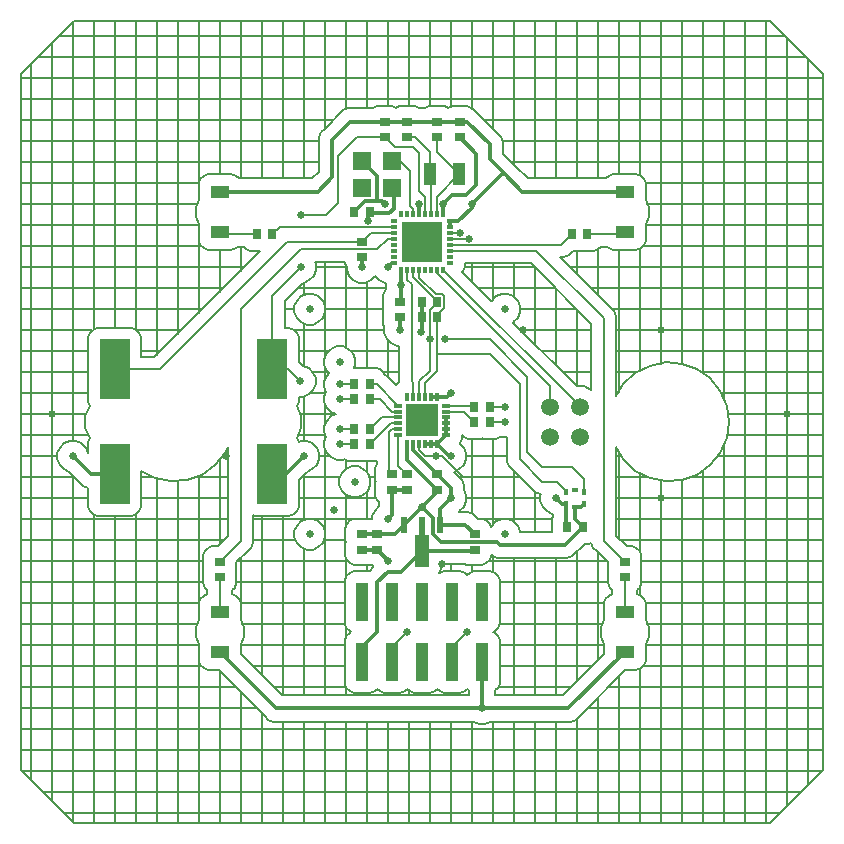
<source format=gbr>
G04 EAGLE Gerber X2 export*
%TF.Part,Single*%
%TF.FileFunction,Copper,L1,Top,Mixed*%
%TF.FilePolarity,Positive*%
%TF.GenerationSoftware,Autodesk,EAGLE,8.6.0*%
%TF.CreationDate,2018-05-27T13:35:38Z*%
G75*
%MOMM*%
%FSLAX34Y34*%
%LPD*%
%AMOC8*
5,1,8,0,0,1.08239X$1,22.5*%
G01*
%ADD10R,1.016000X3.302000*%
%ADD11R,0.480000X1.400000*%
%ADD12R,0.480000X1.525000*%
%ADD13R,1.200000X2.725000*%
%ADD14R,0.900000X0.700000*%
%ADD15R,1.100000X1.900000*%
%ADD16R,2.540000X5.080000*%
%ADD17R,0.700000X0.900000*%
%ADD18R,1.600000X1.100000*%
%ADD19R,0.450000X0.500000*%
%ADD20R,0.500000X0.450000*%
%ADD21R,0.304800X0.609600*%
%ADD22R,0.609600X0.304800*%
%ADD23R,3.454400X3.454400*%
%ADD24R,0.800000X0.300000*%
%ADD25R,0.300000X0.800000*%
%ADD26R,2.750000X2.750000*%
%ADD27R,1.600000X1.500000*%
%ADD28C,0.304800*%
%ADD29C,0.152400*%
%ADD30C,0.654800*%
%ADD31C,1.500000*%
%ADD32C,0.177800*%


D10*
X298450Y146050D03*
X298450Y196850D03*
X323850Y146050D03*
X323850Y196850D03*
X349250Y146050D03*
X349250Y196850D03*
X374650Y146050D03*
X374650Y196850D03*
X400050Y146050D03*
X400050Y196850D03*
D11*
X364250Y261900D03*
D12*
X349250Y261275D03*
D11*
X334250Y261900D03*
D13*
X349250Y240050D03*
D14*
X393700Y254150D03*
X393700Y241150D03*
X298450Y254150D03*
X298450Y241150D03*
D15*
X380800Y558800D03*
X355800Y558800D03*
D14*
X361950Y603400D03*
X361950Y590400D03*
X336550Y603400D03*
X336550Y590400D03*
X317500Y590400D03*
X317500Y603400D03*
D16*
X222250Y393700D03*
X88900Y304800D03*
D17*
X222400Y508000D03*
X209400Y508000D03*
X476100Y508000D03*
X489100Y508000D03*
D14*
X177800Y230900D03*
X177800Y217900D03*
X520700Y230900D03*
X520700Y217900D03*
D18*
X520700Y544050D03*
X520700Y510050D03*
X177800Y544050D03*
X177800Y510050D03*
X520700Y154450D03*
X520700Y188450D03*
X177800Y154450D03*
X177800Y188450D03*
D17*
X406550Y349250D03*
X393550Y349250D03*
X291950Y342900D03*
X304950Y342900D03*
X406550Y361950D03*
X393550Y361950D03*
X291950Y330200D03*
X304950Y330200D03*
X291950Y381000D03*
X304950Y381000D03*
X291950Y368300D03*
X304950Y368300D03*
D16*
X88900Y393700D03*
X222250Y304800D03*
D14*
X298450Y488800D03*
X298450Y501800D03*
D19*
X486290Y279480D03*
X486290Y289480D03*
D20*
X478790Y291980D03*
D19*
X471290Y289480D03*
X471290Y279480D03*
D20*
X478790Y276980D03*
D17*
X472290Y260350D03*
X485290Y260350D03*
D21*
X366754Y525150D03*
X361753Y525150D03*
X356752Y525150D03*
X351751Y525150D03*
X346749Y525150D03*
X341748Y525150D03*
X336747Y525150D03*
X331746Y525150D03*
D22*
X325750Y519154D03*
X325750Y514153D03*
X325750Y509152D03*
X325750Y504151D03*
X325750Y499149D03*
X325750Y494148D03*
X325750Y489147D03*
X325750Y484146D03*
D21*
X331746Y478150D03*
X336747Y478150D03*
X341748Y478150D03*
X346749Y478150D03*
X351751Y478150D03*
X356752Y478150D03*
X361753Y478150D03*
X366754Y478150D03*
D22*
X372750Y484146D03*
X372750Y489147D03*
X372750Y494148D03*
X372750Y499149D03*
X372750Y504151D03*
X372750Y509152D03*
X372750Y514153D03*
X372750Y519154D03*
D23*
X349250Y501650D03*
D24*
X329250Y363020D03*
X329250Y358020D03*
X329250Y353020D03*
X329250Y348020D03*
X329250Y343020D03*
X329250Y338020D03*
D25*
X336750Y330520D03*
X341750Y330520D03*
X346750Y330520D03*
X351750Y330520D03*
X356750Y330520D03*
X361750Y330520D03*
D24*
X369250Y338020D03*
X369250Y343020D03*
X369250Y348020D03*
X369250Y353020D03*
X369250Y358020D03*
X369250Y363020D03*
D25*
X361750Y370520D03*
X356750Y370520D03*
X351750Y370520D03*
X346750Y370520D03*
X341750Y370520D03*
X336750Y370520D03*
D26*
X349250Y350520D03*
D14*
X361950Y304950D03*
X361950Y291950D03*
X381000Y590400D03*
X381000Y603400D03*
X330200Y438000D03*
X330200Y451000D03*
X323850Y304950D03*
X323850Y291950D03*
X336550Y304950D03*
X336550Y291950D03*
D17*
X362100Y438150D03*
X349100Y438150D03*
X362100Y450850D03*
X349100Y450850D03*
D14*
X311150Y254150D03*
X311150Y241150D03*
D27*
X298650Y547300D03*
X323650Y547300D03*
X323650Y570300D03*
X298650Y570300D03*
D17*
X291950Y527050D03*
X304950Y527050D03*
D28*
X349250Y240050D02*
X392600Y240050D01*
X393700Y241150D01*
X298450Y158750D02*
X298450Y146050D01*
X298450Y158750D02*
X311150Y171450D01*
X311150Y213360D01*
X320040Y222250D02*
X331470Y222250D01*
X349250Y240030D01*
X349250Y240050D01*
X320040Y222250D02*
X311150Y213360D01*
D29*
X349250Y240050D02*
X349250Y261275D01*
X372750Y509152D02*
X380695Y509152D01*
X381000Y509457D01*
D30*
X381000Y509457D03*
X336550Y171450D03*
D29*
X323850Y158750D01*
D28*
X323850Y146050D01*
D29*
X372750Y504151D02*
X388315Y504151D01*
X388620Y504455D01*
D30*
X388620Y504455D03*
X387350Y171450D03*
D29*
X374650Y158750D01*
D28*
X374650Y146050D01*
X361750Y370520D02*
X356750Y370520D01*
X369250Y338020D02*
X361750Y330520D01*
X369250Y338020D02*
X369250Y343020D01*
X369250Y348020D01*
X369250Y353020D01*
X361750Y330520D02*
X356750Y330520D01*
X351750Y330520D01*
X364250Y261900D02*
X385950Y261900D01*
X393700Y254150D01*
X336550Y291950D02*
X323850Y291950D01*
X311150Y241150D02*
X298450Y241150D01*
X311150Y241150D02*
X320040Y232260D01*
X320040Y231140D01*
D30*
X320040Y231140D03*
D28*
X364250Y275350D02*
X373380Y284480D01*
D30*
X373380Y284480D03*
D28*
X364250Y275350D02*
X364250Y261900D01*
X373380Y293520D02*
X361950Y304950D01*
X373380Y293520D02*
X373380Y284480D01*
X341750Y325150D02*
X341750Y330520D01*
X341750Y325150D02*
X361950Y304950D01*
X400050Y146050D02*
X400050Y133350D01*
D30*
X400050Y106680D03*
D28*
X372230Y320040D02*
X361750Y330520D01*
X372230Y320040D02*
X373380Y320040D01*
D30*
X373380Y320040D03*
D28*
X381000Y603400D02*
X361950Y603400D01*
X434000Y544050D02*
X520700Y544050D01*
X336550Y603400D02*
X317500Y603400D01*
X372750Y519154D02*
X372750Y514153D01*
X88900Y304800D02*
X68580Y304800D01*
X53340Y320040D01*
D30*
X53340Y320040D03*
D28*
X222250Y304800D02*
X233680Y304800D01*
X248920Y320040D01*
D30*
X248920Y320040D03*
D28*
X372750Y519154D02*
X380006Y519154D01*
X323850Y291950D02*
X323850Y270510D01*
X320040Y266700D01*
D30*
X320040Y266700D03*
D28*
X324126Y484146D02*
X325750Y484146D01*
X324126Y484146D02*
X320040Y480060D01*
D30*
X320040Y480060D03*
D28*
X330200Y438000D02*
X330200Y426720D01*
D30*
X330200Y426720D03*
D28*
X520700Y154450D02*
X472930Y106680D01*
X400050Y106680D01*
X225570Y106680D02*
X177800Y154450D01*
X225570Y106680D02*
X400050Y106680D01*
D31*
X482600Y336550D03*
D28*
X370520Y370520D02*
X361750Y370520D01*
X370520Y370520D02*
X373380Y373380D01*
D30*
X373380Y373380D03*
D28*
X380006Y519154D02*
X391160Y530309D01*
X391160Y533400D01*
D30*
X391160Y533400D03*
D28*
X400050Y146050D02*
X400050Y106680D01*
D29*
X472290Y278480D02*
X471290Y279480D01*
D28*
X467280Y279480D01*
X462280Y284480D01*
D30*
X462280Y284480D03*
D28*
X471290Y279480D02*
X471290Y261350D01*
X472290Y260350D01*
X361950Y603400D02*
X336550Y603400D01*
X419175Y558875D02*
X434000Y544050D01*
X419175Y558875D02*
X406400Y571650D01*
X406400Y584200D01*
X387200Y603400D01*
X381000Y603400D01*
X416635Y558875D02*
X391160Y533400D01*
X416635Y558875D02*
X419175Y558875D01*
X317500Y603400D02*
X304950Y603400D01*
X304800Y603250D01*
X305232Y527332D02*
X304950Y527050D01*
X260840Y544050D02*
X177800Y544050D01*
X260840Y544050D02*
X273050Y556260D01*
X288440Y603400D02*
X304950Y603400D01*
X288440Y603400D02*
X273050Y588010D01*
X273050Y556260D01*
X304950Y527050D02*
X306220Y525780D01*
X321310Y525780D01*
X325120Y529590D01*
X325120Y545830D01*
X323650Y547300D01*
X304950Y527050D02*
X303530Y525630D01*
X303530Y519459D01*
D30*
X303530Y519459D03*
D28*
X336750Y330520D02*
X336750Y317150D01*
X361950Y291950D01*
X349230Y276880D02*
X334250Y261900D01*
X349230Y276880D02*
X361950Y289600D01*
X361950Y291950D01*
X326500Y254150D02*
X311150Y254150D01*
X326500Y254150D02*
X334250Y261900D01*
X311150Y254150D02*
X298450Y254150D01*
X346749Y525150D02*
X346749Y533095D01*
X346445Y533400D01*
D30*
X346445Y533400D03*
X331470Y464820D03*
D28*
X330200Y463550D01*
X366754Y525150D02*
X367056Y525452D01*
X367056Y533400D01*
D30*
X367056Y533400D03*
D28*
X331746Y465096D02*
X331470Y464820D01*
X349100Y450850D02*
X349100Y438150D01*
X349100Y426570D01*
X347980Y425450D01*
D30*
X347980Y425450D03*
X349230Y276880D03*
D28*
X298450Y480060D02*
X298450Y488800D01*
D30*
X298450Y480060D03*
D28*
X331746Y478150D02*
X331746Y465096D01*
X331470Y452270D02*
X330200Y451000D01*
X331470Y452270D02*
X331470Y464820D01*
X478790Y276980D02*
X478790Y266850D01*
X485290Y260350D01*
X483790Y276980D02*
X478790Y276980D01*
X483790Y276980D02*
X486290Y279480D01*
X358140Y267970D02*
X349230Y276880D01*
X358140Y267970D02*
X358140Y254659D01*
X365149Y247650D01*
X412750Y247650D01*
X415290Y245110D01*
X470050Y245110D01*
X485290Y260350D01*
X367056Y533400D02*
X374676Y541020D01*
X386080Y541020D01*
X394970Y549910D01*
X394970Y576430D02*
X381000Y590400D01*
X394970Y576430D02*
X394970Y549910D01*
D30*
X317500Y533400D03*
D28*
X298650Y566751D02*
X298650Y570300D01*
X314960Y535940D02*
X317500Y533400D01*
X300840Y535940D02*
X291950Y527050D01*
X300840Y535940D02*
X311150Y535940D01*
X314960Y535940D01*
X311150Y557800D02*
X298650Y570300D01*
X311150Y557800D02*
X311150Y535940D01*
D29*
X361753Y531199D02*
X361753Y525150D01*
X361753Y531199D02*
X361750Y531202D01*
X361750Y539750D01*
X380800Y558800D01*
X380800Y565200D01*
X380800Y558800D02*
X361950Y577650D01*
X361950Y590400D01*
X356752Y557848D02*
X356752Y525150D01*
X356752Y557848D02*
X355800Y558800D01*
X355800Y564800D01*
X355600Y559000D02*
X355800Y558800D01*
X355600Y559000D02*
X355600Y577850D01*
X343050Y590400D01*
X336550Y590400D01*
D30*
X246380Y524510D03*
X246380Y480060D03*
D29*
X222250Y455930D01*
X222250Y393700D01*
D31*
X457200Y336550D03*
D30*
X246154Y383540D03*
D29*
X235994Y393700D01*
X222250Y393700D01*
X351751Y525150D02*
X351751Y539789D01*
X346710Y544830D01*
X326240Y581660D02*
X317500Y590400D01*
X326240Y581660D02*
X341630Y581660D01*
X346710Y576580D01*
X346710Y544830D01*
X317500Y590400D02*
X294490Y590400D01*
X278130Y574040D02*
X278130Y534670D01*
X267970Y524510D01*
X246380Y524510D01*
X278130Y574040D02*
X294490Y590400D01*
X291950Y381000D02*
X279400Y381000D01*
D30*
X279400Y381000D03*
X279400Y400050D03*
D29*
X372750Y499149D02*
X467249Y499149D01*
X476100Y508000D01*
X325750Y514153D02*
X228553Y514153D01*
X222400Y508000D01*
X320001Y504151D02*
X325750Y504151D01*
X320001Y504151D02*
X311150Y495300D01*
X195580Y248680D02*
X177800Y230900D01*
X246380Y495300D02*
X311150Y495300D01*
X246380Y495300D02*
X195580Y444500D01*
X195580Y248680D01*
X489100Y508000D02*
X518650Y508000D01*
X520700Y510050D01*
X209400Y508000D02*
X179850Y508000D01*
X177800Y510050D01*
X520700Y217900D02*
X520700Y188450D01*
X177800Y188450D02*
X177800Y217900D01*
X406550Y361950D02*
X419100Y361950D01*
D30*
X419100Y361950D03*
X419100Y444500D03*
D29*
X291950Y342900D02*
X279400Y342900D01*
D30*
X279400Y342900D03*
X254000Y444500D03*
D29*
X279400Y330200D02*
X291950Y330200D01*
D30*
X279400Y330200D03*
X254000Y254000D03*
D29*
X369250Y358020D02*
X384780Y358020D01*
X393550Y349250D01*
X392480Y363020D02*
X369250Y363020D01*
X392480Y363020D02*
X393550Y361950D01*
X325750Y509152D02*
X305802Y509152D01*
X298450Y501800D01*
X298300Y501650D01*
X234950Y501650D01*
X127000Y393700D01*
X88900Y393700D01*
X311270Y381000D02*
X329250Y363020D01*
X311270Y381000D02*
X304950Y381000D01*
X323970Y358020D02*
X329250Y358020D01*
X323970Y358020D02*
X313690Y368300D01*
X304950Y368300D01*
X518400Y230900D02*
X520700Y230900D01*
X445652Y494148D02*
X372750Y494148D01*
X445652Y494148D02*
X502920Y436880D01*
X502920Y248680D02*
X520700Y230900D01*
X502920Y248680D02*
X502920Y436880D01*
X315070Y353020D02*
X304950Y342900D01*
X315070Y353020D02*
X329250Y353020D01*
X322770Y348020D02*
X304950Y330200D01*
X322770Y348020D02*
X329250Y348020D01*
X291950Y368300D02*
X279400Y368300D01*
D30*
X279400Y368300D03*
X292100Y298450D03*
D29*
X406550Y349250D02*
X419100Y349250D01*
D30*
X419100Y349250D03*
X419100Y254000D03*
D29*
X341748Y525150D02*
X341748Y529472D01*
X339090Y532130D01*
X339090Y561340D01*
X330130Y570300D01*
X323650Y570300D01*
X329250Y338020D02*
X329250Y312250D01*
X336550Y304950D01*
X341748Y472322D02*
X341748Y478150D01*
X362100Y451970D02*
X362100Y450850D01*
X362100Y451970D02*
X341748Y472322D01*
X362100Y450850D02*
X362100Y449024D01*
X346710Y383540D02*
X346710Y370560D01*
X346750Y370520D01*
X355600Y444350D02*
X362100Y450850D01*
X355600Y392430D02*
X346710Y383540D01*
X355600Y419100D02*
X355600Y444350D01*
X355600Y419100D02*
X355600Y392430D01*
D30*
X355600Y419100D03*
X368300Y419100D03*
D29*
X406400Y419100D01*
X438150Y387350D01*
X438150Y323850D01*
X450850Y311150D01*
X476250Y311150D01*
X486290Y301110D01*
X486290Y289480D01*
X346710Y478111D02*
X346749Y478150D01*
X346710Y478111D02*
X346710Y471311D01*
X360639Y457382D02*
X366442Y457382D01*
X367632Y456192D01*
X367632Y445508D01*
X362100Y439976D02*
X362100Y438150D01*
X362100Y439976D02*
X367632Y445508D01*
X360639Y457382D02*
X346710Y471311D01*
X362100Y438150D02*
X362100Y406400D01*
X362100Y392580D01*
X351750Y382230D02*
X351750Y370520D01*
X351750Y382230D02*
X362100Y392580D01*
X362100Y406400D02*
X406400Y406400D01*
X431800Y381000D01*
X431800Y317500D02*
X450850Y298450D01*
X463550Y298450D01*
X471290Y290710D01*
X471290Y289480D01*
X431800Y317500D02*
X431800Y381000D01*
X336747Y469703D02*
X336747Y478150D01*
X340360Y383540D02*
X341750Y382150D01*
X341750Y370520D01*
X340360Y466090D02*
X336747Y469703D01*
X340360Y466090D02*
X340360Y383540D01*
X329250Y343020D02*
X329130Y342900D01*
X323850Y342900D01*
X321310Y340360D01*
X321310Y307490D01*
X323850Y304950D01*
D31*
X457200Y361950D03*
D29*
X361753Y475177D02*
X361753Y478150D01*
X457200Y379730D02*
X457200Y361950D01*
X457200Y379730D02*
X361753Y475177D01*
D31*
X482600Y361950D03*
D29*
X482600Y362304D02*
X366754Y478150D01*
X482600Y362304D02*
X482600Y361950D01*
D30*
X360680Y320040D03*
D29*
X346750Y325179D02*
X346750Y330520D01*
X346750Y325179D02*
X351889Y320040D01*
X360680Y320040D01*
X365760Y320040D01*
X383540Y302260D01*
X391160Y302260D01*
D30*
X182880Y320040D03*
X551180Y284480D03*
X551180Y426720D03*
X274320Y274320D03*
X434340Y426720D03*
D32*
X506421Y225455D02*
X506858Y224400D01*
X506421Y223345D01*
X506421Y212455D01*
X507910Y208861D01*
X510159Y206611D01*
X510159Y203482D01*
X507161Y202240D01*
X504410Y199489D01*
X502921Y195895D01*
X502921Y181519D01*
X500421Y175484D01*
X500421Y167416D01*
X502921Y161381D01*
X502921Y152656D01*
X468248Y117983D01*
X411353Y117983D01*
X411353Y121933D01*
X413420Y124001D01*
X414909Y127595D01*
X414909Y164505D01*
X413420Y168099D01*
X410669Y170850D01*
X409221Y171450D01*
X410669Y172050D01*
X413420Y174801D01*
X414909Y178395D01*
X414909Y215305D01*
X413420Y218899D01*
X410669Y221650D01*
X407075Y223139D01*
X393025Y223139D01*
X389431Y221650D01*
X387350Y219570D01*
X385269Y221650D01*
X381675Y223139D01*
X367625Y223139D01*
X364031Y221650D01*
X363734Y221354D01*
X365029Y224480D01*
X365029Y228747D01*
X385140Y228747D01*
X387255Y227871D01*
X400145Y227871D01*
X403739Y229360D01*
X406490Y232111D01*
X407979Y235705D01*
X407979Y236347D01*
X408068Y236347D01*
X408887Y235528D01*
X413042Y233807D01*
X472298Y233807D01*
X476453Y235528D01*
X486996Y246071D01*
X490735Y246071D01*
X492379Y246752D01*
X492379Y246583D01*
X493984Y242709D01*
X496949Y239744D01*
X506421Y230272D01*
X506421Y225455D01*
X449227Y281884D02*
X449227Y287076D01*
X449227Y281884D02*
X451214Y277086D01*
X454886Y273414D01*
X459111Y271664D01*
X459987Y270788D01*
X459987Y269151D01*
X459011Y266795D01*
X459011Y256413D01*
X432153Y256413D01*
X432153Y256596D01*
X430166Y261394D01*
X426494Y265066D01*
X421696Y267053D01*
X416504Y267053D01*
X411706Y265066D01*
X408034Y261394D01*
X407634Y260428D01*
X406490Y263189D01*
X403739Y265940D01*
X400145Y267429D01*
X396406Y267429D01*
X392353Y271482D01*
X388198Y273203D01*
X380264Y273203D01*
X380774Y273414D01*
X384446Y277086D01*
X386433Y281884D01*
X386433Y287076D01*
X384683Y291301D01*
X384683Y295768D01*
X382962Y299923D01*
X379783Y303102D01*
X376229Y306656D01*
X376229Y307092D01*
X380774Y308974D01*
X384446Y312646D01*
X386433Y317444D01*
X386433Y322636D01*
X384446Y327434D01*
X381220Y330660D01*
X381540Y330981D01*
X383029Y334575D01*
X383029Y337941D01*
X384511Y336460D01*
X388105Y334971D01*
X398995Y334971D01*
X400050Y335408D01*
X401105Y334971D01*
X411995Y334971D01*
X415589Y336460D01*
X415671Y336542D01*
X416504Y336197D01*
X421259Y336197D01*
X421259Y315403D01*
X422864Y311529D01*
X441914Y292479D01*
X444879Y289514D01*
X448753Y287909D01*
X449572Y287909D01*
X449227Y287076D01*
X192079Y230272D02*
X192079Y225455D01*
X192079Y230272D02*
X201551Y239744D01*
X204516Y242709D01*
X206121Y246583D01*
X206121Y270236D01*
X207605Y269621D01*
X236895Y269621D01*
X240489Y271110D01*
X243240Y273861D01*
X244729Y277455D01*
X244729Y299864D01*
X252089Y307224D01*
X256314Y308974D01*
X259986Y312646D01*
X261973Y317444D01*
X261973Y322636D01*
X259986Y327434D01*
X256314Y331106D01*
X251516Y333093D01*
X246324Y333093D01*
X244627Y332390D01*
X243357Y335457D01*
X247029Y344321D01*
X247029Y354179D01*
X243357Y363043D01*
X244729Y366355D01*
X244729Y370487D01*
X248750Y370487D01*
X253548Y372474D01*
X257220Y376146D01*
X259207Y380944D01*
X259207Y386136D01*
X257220Y390934D01*
X253548Y394606D01*
X248750Y396593D01*
X248008Y396593D01*
X244930Y399671D01*
X244729Y399872D01*
X244729Y421045D01*
X243240Y424639D01*
X240489Y427390D01*
X236895Y428879D01*
X232791Y428879D01*
X232791Y451564D01*
X248234Y467007D01*
X248976Y467007D01*
X253774Y468994D01*
X257446Y472666D01*
X259433Y477464D01*
X259433Y482656D01*
X258562Y484759D01*
X284171Y484759D01*
X284171Y483355D01*
X285397Y480395D01*
X285397Y477464D01*
X287384Y472666D01*
X291056Y468994D01*
X295854Y467007D01*
X301046Y467007D01*
X305844Y468994D01*
X309245Y472395D01*
X312646Y468994D01*
X317444Y467007D01*
X318417Y467007D01*
X318417Y462224D01*
X318762Y461391D01*
X317410Y460039D01*
X315921Y456445D01*
X315921Y445555D01*
X316358Y444500D01*
X315921Y443445D01*
X315921Y432555D01*
X317205Y429456D01*
X317147Y429316D01*
X317147Y424124D01*
X319134Y419326D01*
X322806Y415654D01*
X327604Y413667D01*
X329819Y413667D01*
X329819Y382855D01*
X329711Y382810D01*
X327039Y380138D01*
X320206Y386971D01*
X317241Y389936D01*
X317188Y389958D01*
X316740Y391039D01*
X313989Y393790D01*
X310395Y395279D01*
X299505Y395279D01*
X298450Y394842D01*
X297395Y395279D01*
X291552Y395279D01*
X292453Y397454D01*
X292453Y402646D01*
X290466Y407444D01*
X286794Y411116D01*
X281996Y413103D01*
X276804Y413103D01*
X272006Y411116D01*
X268334Y407444D01*
X266347Y402646D01*
X266347Y397454D01*
X268334Y392656D01*
X270465Y390525D01*
X268334Y388394D01*
X266347Y383596D01*
X266347Y378404D01*
X267902Y374650D01*
X266347Y370896D01*
X266347Y365704D01*
X268334Y360906D01*
X272006Y357234D01*
X275951Y355600D01*
X272006Y353966D01*
X268334Y350294D01*
X266347Y345496D01*
X266347Y340304D01*
X267902Y336550D01*
X266347Y332796D01*
X266347Y327604D01*
X268334Y322806D01*
X272006Y319134D01*
X276804Y317147D01*
X281996Y317147D01*
X282829Y317492D01*
X282911Y317410D01*
X286505Y315921D01*
X297395Y315921D01*
X298450Y316358D01*
X299505Y315921D01*
X310395Y315921D01*
X310769Y316076D01*
X310769Y313287D01*
X309571Y310395D01*
X309571Y299505D01*
X310008Y298450D01*
X309571Y297395D01*
X309571Y286505D01*
X311060Y282911D01*
X312547Y281423D01*
X312547Y277667D01*
X308974Y274094D01*
X306987Y269296D01*
X306987Y267429D01*
X292005Y267429D01*
X288411Y265940D01*
X285660Y263189D01*
X284171Y259595D01*
X284171Y248705D01*
X284608Y247650D01*
X284171Y246595D01*
X284171Y235705D01*
X285660Y232111D01*
X288411Y229360D01*
X292005Y227871D01*
X307266Y227871D01*
X307972Y226166D01*
X304944Y223139D01*
X291425Y223139D01*
X287831Y221650D01*
X285080Y218899D01*
X283591Y215305D01*
X283591Y178395D01*
X285080Y174801D01*
X287831Y172050D01*
X289279Y171450D01*
X287831Y170850D01*
X285080Y168099D01*
X283591Y164505D01*
X283591Y127595D01*
X285080Y124001D01*
X287831Y121250D01*
X291425Y119761D01*
X305475Y119761D01*
X309069Y121250D01*
X311150Y123330D01*
X313231Y121250D01*
X316825Y119761D01*
X330875Y119761D01*
X334469Y121250D01*
X336550Y123330D01*
X338631Y121250D01*
X342225Y119761D01*
X356275Y119761D01*
X359869Y121250D01*
X361950Y123330D01*
X364031Y121250D01*
X367625Y119761D01*
X381675Y119761D01*
X385269Y121250D01*
X387350Y123330D01*
X388747Y121933D01*
X388747Y117983D01*
X230252Y117983D01*
X195579Y152656D01*
X195579Y161381D01*
X198079Y167416D01*
X198079Y175484D01*
X195579Y181519D01*
X195579Y195895D01*
X194090Y199489D01*
X191339Y202240D01*
X188341Y203482D01*
X188341Y206611D01*
X190590Y208861D01*
X192079Y212455D01*
X192079Y223345D01*
X191642Y224400D01*
X192079Y225455D01*
X267053Y441904D02*
X267053Y447096D01*
X265066Y451894D01*
X261394Y455566D01*
X256596Y457553D01*
X251404Y457553D01*
X246606Y455566D01*
X242934Y451894D01*
X240947Y447096D01*
X240947Y441904D01*
X242934Y437106D01*
X246606Y433434D01*
X251404Y431447D01*
X256596Y431447D01*
X261394Y433434D01*
X265066Y437106D01*
X267053Y441904D01*
X267053Y256596D02*
X267053Y251404D01*
X267053Y256596D02*
X265066Y261394D01*
X261394Y265066D01*
X256596Y267053D01*
X251404Y267053D01*
X246606Y265066D01*
X242934Y261394D01*
X240947Y256596D01*
X240947Y251404D01*
X242934Y246606D01*
X246606Y242934D01*
X251404Y240947D01*
X256596Y240947D01*
X261394Y242934D01*
X265066Y246606D01*
X267053Y251404D01*
X305153Y295854D02*
X305153Y301046D01*
X303166Y305844D01*
X299494Y309516D01*
X294696Y311503D01*
X289504Y311503D01*
X284706Y309516D01*
X281034Y305844D01*
X279047Y301046D01*
X279047Y295854D01*
X281034Y291056D01*
X284706Y287384D01*
X289504Y285397D01*
X294696Y285397D01*
X299494Y287384D01*
X303166Y291056D01*
X305153Y295854D01*
X432153Y441904D02*
X432153Y447096D01*
X430166Y451894D01*
X426494Y455566D01*
X421696Y457553D01*
X416504Y457553D01*
X411706Y455566D01*
X408034Y451894D01*
X408000Y451811D01*
X383409Y476403D01*
X384088Y477082D01*
X385577Y480676D01*
X385577Y483607D01*
X441286Y483607D01*
X492379Y432514D01*
X492379Y376602D01*
X486037Y379229D01*
X480583Y379229D01*
X426411Y433400D01*
X426494Y433434D01*
X430166Y437106D01*
X432153Y441904D01*
X65552Y688721D02*
X65268Y688606D01*
X65552Y688721D02*
X643649Y688721D01*
X688721Y643649D01*
X688721Y54851D01*
X643649Y9779D01*
X54851Y9779D01*
X9779Y54851D01*
X9779Y643649D01*
X54818Y688689D01*
X65268Y688606D01*
X466099Y488608D02*
X469346Y488608D01*
X473220Y490213D01*
X476728Y493721D01*
X481545Y493721D01*
X482600Y494158D01*
X483655Y493721D01*
X494545Y493721D01*
X498139Y495210D01*
X500389Y497459D01*
X505961Y497459D01*
X507161Y496260D01*
X510755Y494771D01*
X530645Y494771D01*
X534239Y496260D01*
X536990Y499011D01*
X538479Y502605D01*
X538479Y516981D01*
X540979Y523016D01*
X540979Y531084D01*
X538479Y537119D01*
X538479Y551495D01*
X536990Y555089D01*
X534239Y557840D01*
X530645Y559329D01*
X510755Y559329D01*
X507161Y557840D01*
X504673Y555353D01*
X438682Y555353D01*
X428757Y565278D01*
X428757Y565278D01*
X425578Y568457D01*
X425578Y568457D01*
X417703Y576332D01*
X417703Y586448D01*
X415982Y590603D01*
X396782Y609803D01*
X393603Y612982D01*
X392996Y613233D01*
X391039Y615190D01*
X387445Y616679D01*
X374555Y616679D01*
X371475Y615403D01*
X368395Y616679D01*
X355505Y616679D01*
X351911Y615190D01*
X351423Y614703D01*
X347077Y614703D01*
X346589Y615190D01*
X342995Y616679D01*
X330105Y616679D01*
X327025Y615403D01*
X323945Y616679D01*
X311055Y616679D01*
X307461Y615190D01*
X306973Y614703D01*
X286192Y614703D01*
X282037Y612982D01*
X266647Y597592D01*
X263468Y594413D01*
X261747Y590258D01*
X261747Y560942D01*
X256158Y555353D01*
X193827Y555353D01*
X191339Y557840D01*
X187745Y559329D01*
X167855Y559329D01*
X164261Y557840D01*
X161510Y555089D01*
X160021Y551495D01*
X160021Y537119D01*
X157521Y531084D01*
X157521Y523016D01*
X160021Y516981D01*
X160021Y502605D01*
X161510Y499011D01*
X164261Y496260D01*
X167855Y494771D01*
X187745Y494771D01*
X191339Y496260D01*
X192539Y497459D01*
X198111Y497459D01*
X200361Y495210D01*
X203955Y493721D01*
X212114Y493721D01*
X122634Y404241D01*
X111379Y404241D01*
X111379Y421045D01*
X109890Y424639D01*
X107139Y427390D01*
X103545Y428879D01*
X74255Y428879D01*
X70661Y427390D01*
X67910Y424639D01*
X66421Y421045D01*
X66421Y366355D01*
X67793Y363043D01*
X64121Y354179D01*
X64121Y344321D01*
X67793Y335457D01*
X66421Y332145D01*
X66421Y322944D01*
X66156Y323209D01*
X64406Y327434D01*
X60734Y331106D01*
X55936Y333093D01*
X50744Y333093D01*
X45946Y331106D01*
X42274Y327434D01*
X40287Y322636D01*
X40287Y317444D01*
X42274Y312646D01*
X45946Y308974D01*
X50171Y307224D01*
X62177Y295218D01*
X66332Y293497D01*
X66421Y293497D01*
X66421Y277455D01*
X67910Y273861D01*
X70661Y271110D01*
X74255Y269621D01*
X103545Y269621D01*
X107139Y271110D01*
X109890Y273861D01*
X111379Y277455D01*
X111379Y307668D01*
X122816Y301742D01*
X122816Y301742D01*
X136259Y298949D01*
X136259Y298949D01*
X149958Y299886D01*
X149958Y299886D01*
X162896Y304484D01*
X162896Y304484D01*
X174114Y312402D01*
X174114Y312402D01*
X174114Y312402D01*
X182779Y323053D01*
X182779Y323053D01*
X185039Y328256D01*
X185039Y253046D01*
X176172Y244179D01*
X171355Y244179D01*
X167761Y242690D01*
X165010Y239939D01*
X163521Y236345D01*
X163521Y225455D01*
X163958Y224400D01*
X163521Y223345D01*
X163521Y212455D01*
X165010Y208861D01*
X167259Y206611D01*
X167259Y203482D01*
X164261Y202240D01*
X161510Y199489D01*
X160021Y195895D01*
X160021Y181519D01*
X157521Y175484D01*
X157521Y167416D01*
X160021Y161381D01*
X160021Y147005D01*
X161510Y143411D01*
X164261Y140660D01*
X167855Y139171D01*
X177094Y139171D01*
X215988Y100277D01*
X219167Y97098D01*
X223322Y95377D01*
X393229Y95377D01*
X397454Y93627D01*
X402646Y93627D01*
X406871Y95377D01*
X475178Y95377D01*
X479333Y97098D01*
X482512Y100277D01*
X521406Y139171D01*
X530645Y139171D01*
X534239Y140660D01*
X536990Y143411D01*
X538479Y147005D01*
X538479Y161381D01*
X540979Y167416D01*
X540979Y175484D01*
X538479Y181519D01*
X538479Y195895D01*
X536990Y199489D01*
X534239Y202240D01*
X531241Y203482D01*
X531241Y206611D01*
X533490Y208861D01*
X534979Y212455D01*
X534979Y223345D01*
X534542Y224400D01*
X534979Y225455D01*
X534979Y236345D01*
X533490Y239939D01*
X530739Y242690D01*
X527145Y244179D01*
X522328Y244179D01*
X513461Y253046D01*
X513461Y327673D01*
X519689Y317431D01*
X519689Y317431D01*
X529724Y308059D01*
X529724Y308059D01*
X541916Y301742D01*
X541916Y301742D01*
X555359Y298949D01*
X555359Y298949D01*
X569058Y299886D01*
X569058Y299886D01*
X581996Y304484D01*
X581996Y304484D01*
X593214Y312402D01*
X593214Y312402D01*
X593214Y312402D01*
X601879Y323053D01*
X601879Y323053D01*
X607349Y335647D01*
X607349Y335647D01*
X609219Y349250D01*
X607349Y362853D01*
X607349Y362853D01*
X601879Y375447D01*
X601879Y375447D01*
X593214Y386098D01*
X593214Y386098D01*
X581996Y394016D01*
X581996Y394016D01*
X569058Y398614D01*
X569058Y398614D01*
X555359Y399551D01*
X555359Y399551D01*
X541916Y396758D01*
X541916Y396758D01*
X529724Y390441D01*
X529724Y390441D01*
X519689Y381069D01*
X519689Y381069D01*
X513461Y370827D01*
X513461Y438977D01*
X511856Y442851D01*
X508891Y445816D01*
X466099Y488608D01*
X651650Y17780D02*
X46850Y17780D01*
X29070Y35560D02*
X669430Y35560D01*
X687210Y53340D02*
X11290Y53340D01*
X9779Y71120D02*
X688721Y71120D01*
X688721Y88900D02*
X9779Y88900D01*
X9779Y106680D02*
X209585Y106680D01*
X488915Y106680D02*
X688721Y106680D01*
X191805Y124460D02*
X9779Y124460D01*
X223775Y124460D02*
X284889Y124460D01*
X413610Y124460D02*
X474725Y124460D01*
X506695Y124460D02*
X688721Y124460D01*
X162680Y142240D02*
X9779Y142240D01*
X205995Y142240D02*
X283591Y142240D01*
X414909Y142240D02*
X492505Y142240D01*
X535820Y142240D02*
X688721Y142240D01*
X160021Y160020D02*
X9779Y160020D01*
X195579Y160020D02*
X283591Y160020D01*
X414909Y160020D02*
X502921Y160020D01*
X538479Y160020D02*
X688721Y160020D01*
X158480Y177800D02*
X9779Y177800D01*
X197120Y177800D02*
X283837Y177800D01*
X414663Y177800D02*
X501380Y177800D01*
X540020Y177800D02*
X688721Y177800D01*
X160021Y195580D02*
X9779Y195580D01*
X195579Y195580D02*
X283591Y195580D01*
X414909Y195580D02*
X502921Y195580D01*
X538479Y195580D02*
X688721Y195580D01*
X163521Y213360D02*
X9779Y213360D01*
X192079Y213360D02*
X283591Y213360D01*
X414909Y213360D02*
X506421Y213360D01*
X534979Y213360D02*
X688721Y213360D01*
X163521Y231140D02*
X9779Y231140D01*
X192947Y231140D02*
X286630Y231140D01*
X405520Y231140D02*
X505553Y231140D01*
X534979Y231140D02*
X688721Y231140D01*
X180913Y248920D02*
X9779Y248920D01*
X206121Y248920D02*
X241976Y248920D01*
X266024Y248920D02*
X284171Y248920D01*
X517587Y248920D02*
X688721Y248920D01*
X185039Y266700D02*
X9779Y266700D01*
X206121Y266700D02*
X250551Y266700D01*
X257449Y266700D02*
X290245Y266700D01*
X401905Y266700D02*
X415651Y266700D01*
X422549Y266700D02*
X459011Y266700D01*
X513461Y266700D02*
X688721Y266700D01*
X66421Y284480D02*
X9779Y284480D01*
X111379Y284480D02*
X185039Y284480D01*
X244729Y284480D02*
X310410Y284480D01*
X386433Y284480D02*
X449227Y284480D01*
X513461Y284480D02*
X688721Y284480D01*
X55135Y302260D02*
X9779Y302260D01*
X111379Y302260D02*
X121816Y302260D01*
X156639Y302260D02*
X185039Y302260D01*
X247125Y302260D02*
X279550Y302260D01*
X304650Y302260D02*
X309571Y302260D01*
X380625Y302260D02*
X432133Y302260D01*
X513461Y302260D02*
X540916Y302260D01*
X575739Y302260D02*
X688721Y302260D01*
X40287Y320040D02*
X9779Y320040D01*
X180328Y320040D02*
X185039Y320040D01*
X261973Y320040D02*
X271100Y320040D01*
X386433Y320040D02*
X421259Y320040D01*
X513461Y320040D02*
X518103Y320040D01*
X599428Y320040D02*
X688721Y320040D01*
X66814Y337820D02*
X9779Y337820D01*
X244336Y337820D02*
X267376Y337820D01*
X383029Y337820D02*
X383150Y337820D01*
X607648Y337820D02*
X688721Y337820D01*
X64710Y355600D02*
X9779Y355600D01*
X246440Y355600D02*
X275951Y355600D01*
X608346Y355600D02*
X688721Y355600D01*
X66421Y373380D02*
X9779Y373380D01*
X254454Y373380D02*
X267376Y373380D01*
X513461Y373380D02*
X515014Y373380D01*
X602777Y373380D02*
X688721Y373380D01*
X66421Y391160D02*
X9779Y391160D01*
X256994Y391160D02*
X269830Y391160D01*
X316620Y391160D02*
X329819Y391160D01*
X468652Y391160D02*
X492379Y391160D01*
X513461Y391160D02*
X531112Y391160D01*
X586042Y391160D02*
X688721Y391160D01*
X66421Y408940D02*
X9779Y408940D01*
X111379Y408940D02*
X127333Y408940D01*
X244729Y408940D02*
X269830Y408940D01*
X288970Y408940D02*
X329819Y408940D01*
X450872Y408940D02*
X492379Y408940D01*
X513461Y408940D02*
X688721Y408940D01*
X69990Y426720D02*
X9779Y426720D01*
X107810Y426720D02*
X145113Y426720D01*
X241160Y426720D02*
X317147Y426720D01*
X433092Y426720D02*
X492379Y426720D01*
X513461Y426720D02*
X688721Y426720D01*
X162893Y444500D02*
X9779Y444500D01*
X232791Y444500D02*
X240947Y444500D01*
X267053Y444500D02*
X316358Y444500D01*
X432153Y444500D02*
X480393Y444500D01*
X510207Y444500D02*
X688721Y444500D01*
X180673Y462280D02*
X9779Y462280D01*
X243507Y462280D02*
X318417Y462280D01*
X397532Y462280D02*
X462613Y462280D01*
X492427Y462280D02*
X688721Y462280D01*
X198453Y480060D02*
X9779Y480060D01*
X259433Y480060D02*
X285397Y480060D01*
X385322Y480060D02*
X444833Y480060D01*
X474647Y480060D02*
X688721Y480060D01*
X162680Y497840D02*
X9779Y497840D01*
X535820Y497840D02*
X688721Y497840D01*
X160021Y515620D02*
X9779Y515620D01*
X538479Y515620D02*
X688721Y515620D01*
X158480Y533400D02*
X9779Y533400D01*
X540020Y533400D02*
X688721Y533400D01*
X160021Y551180D02*
X9779Y551180D01*
X538479Y551180D02*
X688721Y551180D01*
X261747Y568960D02*
X9779Y568960D01*
X425075Y568960D02*
X688721Y568960D01*
X261747Y586740D02*
X9779Y586740D01*
X417582Y586740D02*
X688721Y586740D01*
X273575Y604520D02*
X9779Y604520D01*
X402065Y604520D02*
X688721Y604520D01*
X688721Y622300D02*
X9779Y622300D01*
X9779Y640080D02*
X688721Y640080D01*
X674510Y657860D02*
X23990Y657860D01*
X41770Y675640D02*
X656730Y675640D01*
X17780Y651650D02*
X17780Y46850D01*
X35560Y29070D02*
X35560Y669430D01*
X53340Y304055D02*
X53340Y11290D01*
X53340Y333093D02*
X53340Y687210D01*
X71120Y270920D02*
X71120Y9779D01*
X71120Y427581D02*
X71120Y688721D01*
X88900Y269621D02*
X88900Y9779D01*
X88900Y428879D02*
X88900Y688721D01*
X106680Y270919D02*
X106680Y9779D01*
X106680Y427580D02*
X106680Y688721D01*
X124460Y301400D02*
X124460Y9779D01*
X124460Y406067D02*
X124460Y688721D01*
X142240Y299358D02*
X142240Y9779D01*
X142240Y423847D02*
X142240Y688721D01*
X160020Y161383D02*
X160020Y9779D01*
X160020Y181517D02*
X160020Y303462D01*
X160020Y441627D02*
X160020Y516983D01*
X160020Y537117D02*
X160020Y688721D01*
X177800Y138465D02*
X177800Y9779D01*
X177800Y245807D02*
X177800Y316933D01*
X177800Y459407D02*
X177800Y494771D01*
X177800Y559329D02*
X177800Y688721D01*
X195580Y120685D02*
X195580Y9779D01*
X195580Y152655D02*
X195580Y161383D01*
X195580Y181517D02*
X195580Y233773D01*
X195580Y477187D02*
X195580Y497459D01*
X195580Y555353D02*
X195580Y688721D01*
X213360Y102905D02*
X213360Y9779D01*
X213360Y134875D02*
X213360Y269621D01*
X213360Y555353D02*
X213360Y688721D01*
X231140Y95377D02*
X231140Y9779D01*
X231140Y117983D02*
X231140Y269621D01*
X231140Y555353D02*
X231140Y688721D01*
X248920Y95377D02*
X248920Y9779D01*
X248920Y117983D02*
X248920Y241976D01*
X248920Y266024D02*
X248920Y304055D01*
X248920Y333093D02*
X248920Y370557D01*
X248920Y396523D02*
X248920Y432476D01*
X248920Y456524D02*
X248920Y467007D01*
X248920Y555353D02*
X248920Y688721D01*
X266700Y95377D02*
X266700Y9779D01*
X266700Y117983D02*
X266700Y250551D01*
X266700Y257449D02*
X266700Y326751D01*
X266700Y333649D02*
X266700Y339451D01*
X266700Y346349D02*
X266700Y364851D01*
X266700Y371749D02*
X266700Y377551D01*
X266700Y384449D02*
X266700Y396601D01*
X266700Y403499D02*
X266700Y441051D01*
X266700Y447949D02*
X266700Y484759D01*
X266700Y597645D02*
X266700Y688721D01*
X284480Y95377D02*
X284480Y9779D01*
X284480Y117983D02*
X284480Y125449D01*
X284480Y166651D02*
X284480Y176249D01*
X284480Y217451D02*
X284480Y234959D01*
X284480Y247341D02*
X284480Y247959D01*
X284480Y260341D02*
X284480Y287610D01*
X284480Y309290D02*
X284480Y316760D01*
X284480Y412074D02*
X284480Y482609D01*
X284480Y613994D02*
X284480Y688721D01*
X302260Y95377D02*
X302260Y9779D01*
X302260Y117983D02*
X302260Y119761D01*
X302260Y223139D02*
X302260Y227871D01*
X302260Y267429D02*
X302260Y290150D01*
X302260Y306750D02*
X302260Y315921D01*
X302260Y395279D02*
X302260Y467510D01*
X302260Y614703D02*
X302260Y688721D01*
X320040Y95377D02*
X320040Y9779D01*
X320040Y117983D02*
X320040Y119761D01*
X320040Y387137D02*
X320040Y418420D01*
X320040Y616679D02*
X320040Y688721D01*
X337820Y95377D02*
X337820Y9779D01*
X337820Y117983D02*
X337820Y122060D01*
X337820Y616679D02*
X337820Y688721D01*
X355600Y95377D02*
X355600Y9779D01*
X355600Y117983D02*
X355600Y119761D01*
X355600Y616679D02*
X355600Y688721D01*
X373380Y95377D02*
X373380Y9779D01*
X373380Y117983D02*
X373380Y119761D01*
X373380Y223139D02*
X373380Y228747D01*
X373380Y616192D02*
X373380Y688721D01*
X391160Y95377D02*
X391160Y9779D01*
X391160Y222367D02*
X391160Y227871D01*
X391160Y271976D02*
X391160Y334971D01*
X391160Y468652D02*
X391160Y483607D01*
X391160Y615070D02*
X391160Y688721D01*
X408940Y95377D02*
X408940Y9779D01*
X408940Y222367D02*
X408940Y235506D01*
X408940Y262300D02*
X408940Y334971D01*
X408940Y452800D02*
X408940Y483607D01*
X408940Y597645D02*
X408940Y688721D01*
X426720Y95377D02*
X426720Y9779D01*
X426720Y117983D02*
X426720Y233807D01*
X426720Y264840D02*
X426720Y307673D01*
X426720Y433092D02*
X426720Y433660D01*
X426720Y455340D02*
X426720Y483607D01*
X426720Y567315D02*
X426720Y688721D01*
X444500Y95377D02*
X444500Y9779D01*
X444500Y117983D02*
X444500Y233807D01*
X444500Y256413D02*
X444500Y289893D01*
X444500Y415312D02*
X444500Y480393D01*
X444500Y555353D02*
X444500Y688721D01*
X462280Y95377D02*
X462280Y9779D01*
X462280Y117983D02*
X462280Y233807D01*
X462280Y397532D02*
X462280Y462613D01*
X462280Y555353D02*
X462280Y688721D01*
X480060Y97825D02*
X480060Y9779D01*
X480060Y129795D02*
X480060Y239135D01*
X480060Y379752D02*
X480060Y444833D01*
X480060Y474647D02*
X480060Y493721D01*
X480060Y555353D02*
X480060Y688721D01*
X497840Y115605D02*
X497840Y9779D01*
X497840Y147575D02*
X497840Y238853D01*
X497840Y456867D02*
X497840Y495086D01*
X497840Y555353D02*
X497840Y688721D01*
X515620Y133385D02*
X515620Y9779D01*
X515620Y250887D02*
X515620Y324123D01*
X515620Y374377D02*
X515620Y494771D01*
X515620Y559329D02*
X515620Y688721D01*
X533400Y140312D02*
X533400Y9779D01*
X533400Y202588D02*
X533400Y208770D01*
X533400Y240030D02*
X533400Y306155D01*
X533400Y392345D02*
X533400Y495912D01*
X533400Y558188D02*
X533400Y688721D01*
X551180Y299817D02*
X551180Y9779D01*
X551180Y398683D02*
X551180Y688721D01*
X568960Y299879D02*
X568960Y9779D01*
X568960Y398621D02*
X568960Y688721D01*
X586740Y307832D02*
X586740Y9779D01*
X586740Y390668D02*
X586740Y688721D01*
X604520Y329133D02*
X604520Y9779D01*
X604520Y369367D02*
X604520Y688721D01*
X622300Y688721D02*
X622300Y9779D01*
X640080Y9779D02*
X640080Y688721D01*
X657860Y674510D02*
X657860Y23990D01*
X675640Y41770D02*
X675640Y656730D01*
D30*
X657860Y355600D03*
X35560Y355600D03*
X365760Y228600D03*
M02*

</source>
